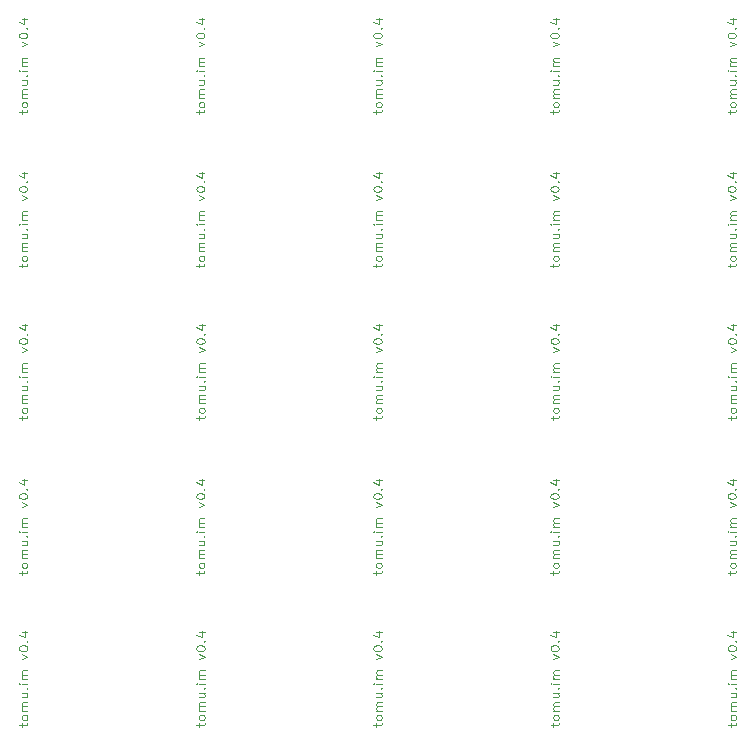
<source format=gto>
*
%FSLAX26Y26*%
%MOIN*%
%ADD10C,0.003937*%
%IPPOS*%
%LNa.gto*%
%LPD*%
%SRX1Y1I0J0*%
G01*
G75*
G54D10*
X348850Y62742D02*
Y75340D01*
X339664Y67466D02*
X363286D01*
X365910Y69041D01*
X367223Y72191D01*
Y75340D01*
Y91088D02*
X365910Y87939D01*
X364598Y86364D01*
X361973Y84789D01*
X354099D01*
X351475Y86364D01*
X350162Y87939D01*
X348850Y91088D01*
Y95813D01*
X350162Y98962D01*
X351475Y100537D01*
X354099Y102112D01*
X361973D01*
X364598Y100537D01*
X365910Y98962D01*
X367223Y95813D01*
Y91088D01*
Y116285D02*
X348850D01*
X351475D02*
X350162Y117860D01*
X348850Y121010D01*
Y125734D01*
X350162Y128884D01*
X352787Y130458D01*
X367223D01*
X352787D02*
X350162Y132033D01*
X348850Y135183D01*
Y139907D01*
X350162Y143057D01*
X352787Y144632D01*
X367223D01*
X348850Y174553D02*
X367223D01*
X348850Y160380D02*
X363286D01*
X365910Y161954D01*
X367223Y165104D01*
Y169828D01*
X365910Y172978D01*
X364598Y174553D01*
Y190301D02*
X365910Y191876D01*
X367223Y190301D01*
X365910Y188726D01*
X364598Y190301D01*
X367223D01*
Y206049D02*
X348850D01*
X339664D02*
X340976Y204474D01*
X342288Y206049D01*
X340976Y207624D01*
X339664Y206049D01*
X342288D01*
X367223Y221797D02*
X348850D01*
X351475D02*
X350162Y223372D01*
X348850Y226521D01*
Y231246D01*
X350162Y234395D01*
X352787Y235970D01*
X367223D01*
X352787D02*
X350162Y237545D01*
X348850Y240695D01*
Y245419D01*
X350162Y248569D01*
X352787Y250143D01*
X367223D01*
X348850Y287939D02*
X367223Y295813D01*
X348850Y303687D01*
X339664Y322584D02*
Y325734D01*
X340976Y328884D01*
X342288Y330458D01*
X344913Y332033D01*
X350162Y333608D01*
X356724D01*
X361973Y332033D01*
X364598Y330458D01*
X365910Y328884D01*
X367223Y325734D01*
Y322584D01*
X365910Y319435D01*
X364598Y317860D01*
X361973Y316285D01*
X356724Y314710D01*
X350162D01*
X344913Y316285D01*
X342288Y317860D01*
X340976Y319435D01*
X339664Y322584D01*
X364598Y347781D02*
X365910Y349356D01*
X367223Y347781D01*
X365910Y346206D01*
X364598Y347781D01*
X367223D01*
X348850Y377702D02*
X367223D01*
X338351Y369828D02*
X358036Y361954D01*
Y382427D01*
X939401Y62742D02*
Y75340D01*
X930215Y67466D02*
X953837D01*
X956461Y69041D01*
X957774Y72191D01*
Y75340D01*
Y91088D02*
X956461Y87939D01*
X955149Y86364D01*
X952524Y84789D01*
X944650D01*
X942026Y86364D01*
X940713Y87939D01*
X939401Y91088D01*
Y95813D01*
X940713Y98962D01*
X942026Y100537D01*
X944650Y102112D01*
X952524D01*
X955149Y100537D01*
X956461Y98962D01*
X957774Y95813D01*
Y91088D01*
Y116285D02*
X939401D01*
X942026D02*
X940713Y117860D01*
X939401Y121010D01*
Y125734D01*
X940713Y128884D01*
X943338Y130458D01*
X957774D01*
X943338D02*
X940713Y132033D01*
X939401Y135183D01*
Y139907D01*
X940713Y143057D01*
X943338Y144632D01*
X957774D01*
X939401Y174553D02*
X957774D01*
X939401Y160380D02*
X953837D01*
X956461Y161954D01*
X957774Y165104D01*
Y169828D01*
X956461Y172978D01*
X955149Y174553D01*
Y190301D02*
X956461Y191876D01*
X957774Y190301D01*
X956461Y188726D01*
X955149Y190301D01*
X957774D01*
Y206049D02*
X939401D01*
X930215D02*
X931527Y204474D01*
X932839Y206049D01*
X931527Y207624D01*
X930215Y206049D01*
X932839D01*
X957774Y221797D02*
X939401D01*
X942026D02*
X940713Y223372D01*
X939401Y226521D01*
Y231246D01*
X940713Y234395D01*
X943338Y235970D01*
X957774D01*
X943338D02*
X940713Y237545D01*
X939401Y240695D01*
Y245419D01*
X940713Y248569D01*
X943338Y250143D01*
X957774D01*
X939401Y287939D02*
X957774Y295813D01*
X939401Y303687D01*
X930215Y322584D02*
Y325734D01*
X931527Y328884D01*
X932839Y330458D01*
X935464Y332033D01*
X940713Y333608D01*
X947275D01*
X952524Y332033D01*
X955149Y330458D01*
X956461Y328884D01*
X957774Y325734D01*
Y322584D01*
X956461Y319435D01*
X955149Y317860D01*
X952524Y316285D01*
X947275Y314710D01*
X940713D01*
X935464Y316285D01*
X932839Y317860D01*
X931527Y319435D01*
X930215Y322584D01*
X955149Y347781D02*
X956461Y349356D01*
X957774Y347781D01*
X956461Y346206D01*
X955149Y347781D01*
X957774D01*
X939401Y377702D02*
X957774D01*
X928902Y369828D02*
X948587Y361954D01*
Y382427D01*
X1529952Y62742D02*
Y75340D01*
X1520766Y67466D02*
X1544388D01*
X1547013Y69041D01*
X1548325Y72191D01*
Y75340D01*
Y91088D02*
X1547013Y87939D01*
X1545700Y86364D01*
X1543075Y84789D01*
X1535201D01*
X1532577Y86364D01*
X1531264Y87939D01*
X1529952Y91088D01*
Y95813D01*
X1531264Y98962D01*
X1532577Y100537D01*
X1535201Y102112D01*
X1543075D01*
X1545700Y100537D01*
X1547013Y98962D01*
X1548325Y95813D01*
Y91088D01*
Y116285D02*
X1529952D01*
X1532577D02*
X1531264Y117860D01*
X1529952Y121010D01*
Y125734D01*
X1531264Y128884D01*
X1533889Y130458D01*
X1548325D01*
X1533889D02*
X1531264Y132033D01*
X1529952Y135183D01*
Y139907D01*
X1531264Y143057D01*
X1533889Y144632D01*
X1548325D01*
X1529952Y174553D02*
X1548325D01*
X1529952Y160380D02*
X1544388D01*
X1547013Y161954D01*
X1548325Y165104D01*
Y169828D01*
X1547013Y172978D01*
X1545700Y174553D01*
Y190301D02*
X1547013Y191876D01*
X1548325Y190301D01*
X1547013Y188726D01*
X1545700Y190301D01*
X1548325D01*
Y206049D02*
X1529952D01*
X1520766D02*
X1522078Y204474D01*
X1523390Y206049D01*
X1522078Y207624D01*
X1520766Y206049D01*
X1523390D01*
X1548325Y221797D02*
X1529952D01*
X1532577D02*
X1531264Y223372D01*
X1529952Y226521D01*
Y231246D01*
X1531264Y234395D01*
X1533889Y235970D01*
X1548325D01*
X1533889D02*
X1531264Y237545D01*
X1529952Y240695D01*
Y245419D01*
X1531264Y248569D01*
X1533889Y250143D01*
X1548325D01*
X1529952Y287939D02*
X1548325Y295813D01*
X1529952Y303687D01*
X1520766Y322584D02*
Y325734D01*
X1522078Y328884D01*
X1523390Y330458D01*
X1526015Y332033D01*
X1531264Y333608D01*
X1537826D01*
X1543075Y332033D01*
X1545700Y330458D01*
X1547013Y328884D01*
X1548325Y325734D01*
Y322584D01*
X1547013Y319435D01*
X1545700Y317860D01*
X1543075Y316285D01*
X1537826Y314710D01*
X1531264D01*
X1526015Y316285D01*
X1523390Y317860D01*
X1522078Y319435D01*
X1520766Y322584D01*
X1545700Y347781D02*
X1547013Y349356D01*
X1548325Y347781D01*
X1547013Y346206D01*
X1545700Y347781D01*
X1548325D01*
X1529952Y377702D02*
X1548325D01*
X1519453Y369828D02*
X1539138Y361954D01*
Y382427D01*
X2120503Y62742D02*
Y75340D01*
X2111317Y67466D02*
X2134939D01*
X2137563Y69041D01*
X2138876Y72191D01*
Y75340D01*
Y91088D02*
X2137563Y87939D01*
X2136251Y86364D01*
X2133626Y84789D01*
X2125752D01*
X2123128Y86364D01*
X2121815Y87939D01*
X2120503Y91088D01*
Y95813D01*
X2121815Y98962D01*
X2123128Y100537D01*
X2125752Y102112D01*
X2133626D01*
X2136251Y100537D01*
X2137563Y98962D01*
X2138876Y95813D01*
Y91088D01*
Y116285D02*
X2120503D01*
X2123128D02*
X2121815Y117860D01*
X2120503Y121010D01*
Y125734D01*
X2121815Y128884D01*
X2124440Y130458D01*
X2138876D01*
X2124440D02*
X2121815Y132033D01*
X2120503Y135183D01*
Y139907D01*
X2121815Y143057D01*
X2124440Y144632D01*
X2138876D01*
X2120503Y174553D02*
X2138876D01*
X2120503Y160380D02*
X2134939D01*
X2137563Y161954D01*
X2138876Y165104D01*
Y169828D01*
X2137563Y172978D01*
X2136251Y174553D01*
Y190301D02*
X2137563Y191876D01*
X2138876Y190301D01*
X2137563Y188726D01*
X2136251Y190301D01*
X2138876D01*
Y206049D02*
X2120503D01*
X2111317D02*
X2112629Y204474D01*
X2113941Y206049D01*
X2112629Y207624D01*
X2111317Y206049D01*
X2113941D01*
X2138876Y221797D02*
X2120503D01*
X2123128D02*
X2121815Y223372D01*
X2120503Y226521D01*
Y231246D01*
X2121815Y234395D01*
X2124440Y235970D01*
X2138876D01*
X2124440D02*
X2121815Y237545D01*
X2120503Y240695D01*
Y245419D01*
X2121815Y248569D01*
X2124440Y250143D01*
X2138876D01*
X2120503Y287939D02*
X2138876Y295813D01*
X2120503Y303687D01*
X2111317Y322584D02*
Y325734D01*
X2112629Y328884D01*
X2113941Y330458D01*
X2116566Y332033D01*
X2121815Y333608D01*
X2128377D01*
X2133626Y332033D01*
X2136251Y330458D01*
X2137563Y328884D01*
X2138876Y325734D01*
Y322584D01*
X2137563Y319435D01*
X2136251Y317860D01*
X2133626Y316285D01*
X2128377Y314710D01*
X2121815D01*
X2116566Y316285D01*
X2113941Y317860D01*
X2112629Y319435D01*
X2111317Y322584D01*
X2136251Y347781D02*
X2137563Y349356D01*
X2138876Y347781D01*
X2137563Y346206D01*
X2136251Y347781D01*
X2138876D01*
X2120503Y377702D02*
X2138876D01*
X2110004Y369828D02*
X2129689Y361954D01*
Y382427D01*
X2711054Y62742D02*
Y75340D01*
X2701868Y67466D02*
X2725490D01*
X2728114Y69041D01*
X2729427Y72191D01*
Y75340D01*
Y91088D02*
X2728114Y87939D01*
X2726802Y86364D01*
X2724177Y84789D01*
X2716303D01*
X2713679Y86364D01*
X2712366Y87939D01*
X2711054Y91088D01*
Y95813D01*
X2712366Y98962D01*
X2713679Y100537D01*
X2716303Y102112D01*
X2724177D01*
X2726802Y100537D01*
X2728114Y98962D01*
X2729427Y95813D01*
Y91088D01*
Y116285D02*
X2711054D01*
X2713679D02*
X2712366Y117860D01*
X2711054Y121010D01*
Y125734D01*
X2712366Y128884D01*
X2714991Y130458D01*
X2729427D01*
X2714991D02*
X2712366Y132033D01*
X2711054Y135183D01*
Y139907D01*
X2712366Y143057D01*
X2714991Y144632D01*
X2729427D01*
X2711054Y174553D02*
X2729427D01*
X2711054Y160380D02*
X2725490D01*
X2728114Y161954D01*
X2729427Y165104D01*
Y169828D01*
X2728114Y172978D01*
X2726802Y174553D01*
Y190301D02*
X2728114Y191876D01*
X2729427Y190301D01*
X2728114Y188726D01*
X2726802Y190301D01*
X2729427D01*
Y206049D02*
X2711054D01*
X2701868D02*
X2703180Y204474D01*
X2704492Y206049D01*
X2703180Y207624D01*
X2701868Y206049D01*
X2704492D01*
X2729427Y221797D02*
X2711054D01*
X2713679D02*
X2712366Y223372D01*
X2711054Y226521D01*
Y231246D01*
X2712366Y234395D01*
X2714991Y235970D01*
X2729427D01*
X2714991D02*
X2712366Y237545D01*
X2711054Y240695D01*
Y245419D01*
X2712366Y248569D01*
X2714991Y250143D01*
X2729427D01*
X2711054Y287939D02*
X2729427Y295813D01*
X2711054Y303687D01*
X2701868Y322584D02*
Y325734D01*
X2703180Y328884D01*
X2704492Y330458D01*
X2707117Y332033D01*
X2712366Y333608D01*
X2718928D01*
X2724177Y332033D01*
X2726802Y330458D01*
X2728114Y328884D01*
X2729427Y325734D01*
Y322584D01*
X2728114Y319435D01*
X2726802Y317860D01*
X2724177Y316285D01*
X2718928Y314710D01*
X2712366D01*
X2707117Y316285D01*
X2704492Y317860D01*
X2703180Y319435D01*
X2701868Y322584D01*
X2726802Y347781D02*
X2728114Y349356D01*
X2729427Y347781D01*
X2728114Y346206D01*
X2726802Y347781D01*
X2729427D01*
X2711054Y377702D02*
X2729427D01*
X2700555Y369828D02*
X2720240Y361954D01*
Y382427D01*
X348359Y569782D02*
Y582380D01*
X339173Y574506D02*
X362795D01*
X365419Y576081D01*
X366732Y579231D01*
Y582380D01*
Y598128D02*
X365419Y594979D01*
X364107Y593404D01*
X361482Y591829D01*
X353608D01*
X350984Y593404D01*
X349671Y594979D01*
X348359Y598128D01*
Y602853D01*
X349671Y606002D01*
X350984Y607577D01*
X353608Y609152D01*
X361482D01*
X364107Y607577D01*
X365419Y606002D01*
X366732Y602853D01*
Y598128D01*
Y623325D02*
X348359D01*
X350984D02*
X349671Y624900D01*
X348359Y628050D01*
Y632774D01*
X349671Y635924D01*
X352296Y637498D01*
X366732D01*
X352296D02*
X349671Y639073D01*
X348359Y642223D01*
Y646947D01*
X349671Y650097D01*
X352296Y651672D01*
X366732D01*
X348359Y681593D02*
X366732D01*
X348359Y667420D02*
X362795D01*
X365419Y668994D01*
X366732Y672144D01*
Y676869D01*
X365419Y680018D01*
X364107Y681593D01*
Y697341D02*
X365419Y698916D01*
X366732Y697341D01*
X365419Y695766D01*
X364107Y697341D01*
X366732D01*
Y713089D02*
X348359D01*
X339173D02*
X340485Y711514D01*
X341797Y713089D01*
X340485Y714664D01*
X339173Y713089D01*
X341797D01*
X366732Y728837D02*
X348359D01*
X350984D02*
X349671Y730412D01*
X348359Y733561D01*
Y738286D01*
X349671Y741435D01*
X352296Y743010D01*
X366732D01*
X352296D02*
X349671Y744585D01*
X348359Y747735D01*
Y752459D01*
X349671Y755609D01*
X352296Y757183D01*
X366732D01*
X348359Y794979D02*
X366732Y802853D01*
X348359Y810727D01*
X339173Y829624D02*
Y832774D01*
X340485Y835924D01*
X341797Y837498D01*
X344422Y839073D01*
X349671Y840648D01*
X356233D01*
X361482Y839073D01*
X364107Y837498D01*
X365419Y835924D01*
X366732Y832774D01*
Y829624D01*
X365419Y826475D01*
X364107Y824900D01*
X361482Y823325D01*
X356233Y821750D01*
X349671D01*
X344422Y823325D01*
X341797Y824900D01*
X340485Y826475D01*
X339173Y829624D01*
X364107Y854821D02*
X365419Y856396D01*
X366732Y854821D01*
X365419Y853246D01*
X364107Y854821D01*
X366732D01*
X348359Y884743D02*
X366732D01*
X337860Y876869D02*
X357545Y868994D01*
Y889467D01*
X938910Y569782D02*
Y582380D01*
X929724Y574506D02*
X953346D01*
X955970Y576081D01*
X957283Y579231D01*
Y582380D01*
Y598128D02*
X955970Y594979D01*
X954658Y593404D01*
X952033Y591829D01*
X944159D01*
X941535Y593404D01*
X940222Y594979D01*
X938910Y598128D01*
Y602853D01*
X940222Y606002D01*
X941535Y607577D01*
X944159Y609152D01*
X952033D01*
X954658Y607577D01*
X955970Y606002D01*
X957283Y602853D01*
Y598128D01*
Y623325D02*
X938910D01*
X941535D02*
X940222Y624900D01*
X938910Y628050D01*
Y632774D01*
X940222Y635924D01*
X942847Y637498D01*
X957283D01*
X942847D02*
X940222Y639073D01*
X938910Y642223D01*
Y646947D01*
X940222Y650097D01*
X942847Y651672D01*
X957283D01*
X938910Y681593D02*
X957283D01*
X938910Y667420D02*
X953346D01*
X955970Y668994D01*
X957283Y672144D01*
Y676869D01*
X955970Y680018D01*
X954658Y681593D01*
Y697341D02*
X955970Y698916D01*
X957283Y697341D01*
X955970Y695766D01*
X954658Y697341D01*
X957283D01*
Y713089D02*
X938910D01*
X929724D02*
X931036Y711514D01*
X932348Y713089D01*
X931036Y714664D01*
X929724Y713089D01*
X932348D01*
X957283Y728837D02*
X938910D01*
X941535D02*
X940222Y730412D01*
X938910Y733561D01*
Y738286D01*
X940222Y741435D01*
X942847Y743010D01*
X957283D01*
X942847D02*
X940222Y744585D01*
X938910Y747735D01*
Y752459D01*
X940222Y755609D01*
X942847Y757183D01*
X957283D01*
X938910Y794979D02*
X957283Y802853D01*
X938910Y810727D01*
X929724Y829624D02*
Y832774D01*
X931036Y835924D01*
X932348Y837498D01*
X934973Y839073D01*
X940222Y840648D01*
X946784D01*
X952033Y839073D01*
X954658Y837498D01*
X955970Y835924D01*
X957283Y832774D01*
Y829624D01*
X955970Y826475D01*
X954658Y824900D01*
X952033Y823325D01*
X946784Y821750D01*
X940222D01*
X934973Y823325D01*
X932348Y824900D01*
X931036Y826475D01*
X929724Y829624D01*
X954658Y854821D02*
X955970Y856396D01*
X957283Y854821D01*
X955970Y853246D01*
X954658Y854821D01*
X957283D01*
X938910Y884743D02*
X957283D01*
X928411Y876869D02*
X948096Y868994D01*
Y889467D01*
X1529461Y569782D02*
Y582380D01*
X1520275Y574506D02*
X1543897D01*
X1546521Y576081D01*
X1547834Y579231D01*
Y582380D01*
Y598128D02*
X1546521Y594979D01*
X1545209Y593404D01*
X1542584Y591829D01*
X1534710D01*
X1532086Y593404D01*
X1530773Y594979D01*
X1529461Y598128D01*
Y602853D01*
X1530773Y606002D01*
X1532086Y607577D01*
X1534710Y609152D01*
X1542584D01*
X1545209Y607577D01*
X1546521Y606002D01*
X1547834Y602853D01*
Y598128D01*
Y623325D02*
X1529461D01*
X1532086D02*
X1530773Y624900D01*
X1529461Y628050D01*
Y632774D01*
X1530773Y635924D01*
X1533398Y637498D01*
X1547834D01*
X1533398D02*
X1530773Y639073D01*
X1529461Y642223D01*
Y646947D01*
X1530773Y650097D01*
X1533398Y651672D01*
X1547834D01*
X1529461Y681593D02*
X1547834D01*
X1529461Y667420D02*
X1543897D01*
X1546521Y668994D01*
X1547834Y672144D01*
Y676869D01*
X1546521Y680018D01*
X1545209Y681593D01*
Y697341D02*
X1546521Y698916D01*
X1547834Y697341D01*
X1546521Y695766D01*
X1545209Y697341D01*
X1547834D01*
Y713089D02*
X1529461D01*
X1520275D02*
X1521587Y711514D01*
X1522899Y713089D01*
X1521587Y714664D01*
X1520275Y713089D01*
X1522899D01*
X1547834Y728837D02*
X1529461D01*
X1532086D02*
X1530773Y730412D01*
X1529461Y733561D01*
Y738286D01*
X1530773Y741435D01*
X1533398Y743010D01*
X1547834D01*
X1533398D02*
X1530773Y744585D01*
X1529461Y747735D01*
Y752459D01*
X1530773Y755609D01*
X1533398Y757183D01*
X1547834D01*
X1529461Y794979D02*
X1547834Y802853D01*
X1529461Y810727D01*
X1520275Y829624D02*
Y832774D01*
X1521587Y835924D01*
X1522899Y837498D01*
X1525524Y839073D01*
X1530773Y840648D01*
X1537335D01*
X1542584Y839073D01*
X1545209Y837498D01*
X1546521Y835924D01*
X1547834Y832774D01*
Y829624D01*
X1546521Y826475D01*
X1545209Y824900D01*
X1542584Y823325D01*
X1537335Y821750D01*
X1530773D01*
X1525524Y823325D01*
X1522899Y824900D01*
X1521587Y826475D01*
X1520275Y829624D01*
X1545209Y854821D02*
X1546521Y856396D01*
X1547834Y854821D01*
X1546521Y853246D01*
X1545209Y854821D01*
X1547834D01*
X1529461Y884743D02*
X1547834D01*
X1518962Y876869D02*
X1538647Y868994D01*
Y889467D01*
X2120012Y569782D02*
Y582380D01*
X2110826Y574506D02*
X2134448D01*
X2137072Y576081D01*
X2138385Y579231D01*
Y582380D01*
Y598128D02*
X2137072Y594979D01*
X2135760Y593404D01*
X2133135Y591829D01*
X2125261D01*
X2122637Y593404D01*
X2121324Y594979D01*
X2120012Y598128D01*
Y602853D01*
X2121324Y606002D01*
X2122637Y607577D01*
X2125261Y609152D01*
X2133135D01*
X2135760Y607577D01*
X2137072Y606002D01*
X2138385Y602853D01*
Y598128D01*
Y623325D02*
X2120012D01*
X2122637D02*
X2121324Y624900D01*
X2120012Y628050D01*
Y632774D01*
X2121324Y635924D01*
X2123949Y637498D01*
X2138385D01*
X2123949D02*
X2121324Y639073D01*
X2120012Y642223D01*
Y646947D01*
X2121324Y650097D01*
X2123949Y651672D01*
X2138385D01*
X2120012Y681593D02*
X2138385D01*
X2120012Y667420D02*
X2134448D01*
X2137072Y668994D01*
X2138385Y672144D01*
Y676869D01*
X2137072Y680018D01*
X2135760Y681593D01*
Y697341D02*
X2137072Y698916D01*
X2138385Y697341D01*
X2137072Y695766D01*
X2135760Y697341D01*
X2138385D01*
Y713089D02*
X2120012D01*
X2110826D02*
X2112138Y711514D01*
X2113450Y713089D01*
X2112138Y714664D01*
X2110826Y713089D01*
X2113450D01*
X2138385Y728837D02*
X2120012D01*
X2122637D02*
X2121324Y730412D01*
X2120012Y733561D01*
Y738286D01*
X2121324Y741435D01*
X2123949Y743010D01*
X2138385D01*
X2123949D02*
X2121324Y744585D01*
X2120012Y747735D01*
Y752459D01*
X2121324Y755609D01*
X2123949Y757183D01*
X2138385D01*
X2120012Y794979D02*
X2138385Y802853D01*
X2120012Y810727D01*
X2110826Y829624D02*
Y832774D01*
X2112138Y835924D01*
X2113450Y837498D01*
X2116075Y839073D01*
X2121324Y840648D01*
X2127886D01*
X2133135Y839073D01*
X2135760Y837498D01*
X2137072Y835924D01*
X2138385Y832774D01*
Y829624D01*
X2137072Y826475D01*
X2135760Y824900D01*
X2133135Y823325D01*
X2127886Y821750D01*
X2121324D01*
X2116075Y823325D01*
X2113450Y824900D01*
X2112138Y826475D01*
X2110826Y829624D01*
X2135760Y854821D02*
X2137072Y856396D01*
X2138385Y854821D01*
X2137072Y853246D01*
X2135760Y854821D01*
X2138385D01*
X2120012Y884743D02*
X2138385D01*
X2109513Y876869D02*
X2129198Y868994D01*
Y889467D01*
X2710563Y569782D02*
Y582380D01*
X2701377Y574506D02*
X2724999D01*
X2727623Y576081D01*
X2728936Y579231D01*
Y582380D01*
Y598128D02*
X2727623Y594979D01*
X2726311Y593404D01*
X2723686Y591829D01*
X2715812D01*
X2713188Y593404D01*
X2711875Y594979D01*
X2710563Y598128D01*
Y602853D01*
X2711875Y606002D01*
X2713188Y607577D01*
X2715812Y609152D01*
X2723686D01*
X2726311Y607577D01*
X2727623Y606002D01*
X2728936Y602853D01*
Y598128D01*
Y623325D02*
X2710563D01*
X2713188D02*
X2711875Y624900D01*
X2710563Y628050D01*
Y632774D01*
X2711875Y635924D01*
X2714500Y637498D01*
X2728936D01*
X2714500D02*
X2711875Y639073D01*
X2710563Y642223D01*
Y646947D01*
X2711875Y650097D01*
X2714500Y651672D01*
X2728936D01*
X2710563Y681593D02*
X2728936D01*
X2710563Y667420D02*
X2724999D01*
X2727623Y668994D01*
X2728936Y672144D01*
Y676869D01*
X2727623Y680018D01*
X2726311Y681593D01*
Y697341D02*
X2727623Y698916D01*
X2728936Y697341D01*
X2727623Y695766D01*
X2726311Y697341D01*
X2728936D01*
Y713089D02*
X2710563D01*
X2701377D02*
X2702689Y711514D01*
X2704001Y713089D01*
X2702689Y714664D01*
X2701377Y713089D01*
X2704001D01*
X2728936Y728837D02*
X2710563D01*
X2713188D02*
X2711875Y730412D01*
X2710563Y733561D01*
Y738286D01*
X2711875Y741435D01*
X2714500Y743010D01*
X2728936D01*
X2714500D02*
X2711875Y744585D01*
X2710563Y747735D01*
Y752459D01*
X2711875Y755609D01*
X2714500Y757183D01*
X2728936D01*
X2710563Y794979D02*
X2728936Y802853D01*
X2710563Y810727D01*
X2701377Y829624D02*
Y832774D01*
X2702689Y835924D01*
X2704001Y837498D01*
X2706626Y839073D01*
X2711875Y840648D01*
X2718437D01*
X2723686Y839073D01*
X2726311Y837498D01*
X2727623Y835924D01*
X2728936Y832774D01*
Y829624D01*
X2727623Y826475D01*
X2726311Y824900D01*
X2723686Y823325D01*
X2718437Y821750D01*
X2711875D01*
X2706626Y823325D01*
X2704001Y824900D01*
X2702689Y826475D01*
X2701377Y829624D01*
X2726311Y854821D02*
X2727623Y856396D01*
X2728936Y854821D01*
X2727623Y853246D01*
X2726311Y854821D01*
X2728936D01*
X2710563Y884743D02*
X2728936D01*
X2700064Y876869D02*
X2719749Y868994D01*
Y889467D01*
X348850Y1086411D02*
Y1099009D01*
X339664Y1091135D02*
X363286D01*
X365910Y1092710D01*
X367223Y1095860D01*
Y1099009D01*
Y1114757D02*
X365910Y1111608D01*
X364598Y1110033D01*
X361973Y1108458D01*
X354099D01*
X351475Y1110033D01*
X350162Y1111608D01*
X348850Y1114757D01*
Y1119482D01*
X350162Y1122631D01*
X351475Y1124206D01*
X354099Y1125781D01*
X361973D01*
X364598Y1124206D01*
X365910Y1122631D01*
X367223Y1119482D01*
Y1114757D01*
Y1139954D02*
X348850D01*
X351475D02*
X350162Y1141529D01*
X348850Y1144679D01*
Y1149403D01*
X350162Y1152553D01*
X352787Y1154127D01*
X367223D01*
X352787D02*
X350162Y1155702D01*
X348850Y1158852D01*
Y1163576D01*
X350162Y1166726D01*
X352787Y1168301D01*
X367223D01*
X348850Y1198222D02*
X367223D01*
X348850Y1184049D02*
X363286D01*
X365910Y1185623D01*
X367223Y1188773D01*
Y1193497D01*
X365910Y1196647D01*
X364598Y1198222D01*
Y1213970D02*
X365910Y1215545D01*
X367223Y1213970D01*
X365910Y1212395D01*
X364598Y1213970D01*
X367223D01*
Y1229718D02*
X348850D01*
X339664D02*
X340976Y1228143D01*
X342288Y1229718D01*
X340976Y1231293D01*
X339664Y1229718D01*
X342288D01*
X367223Y1245466D02*
X348850D01*
X351475D02*
X350162Y1247041D01*
X348850Y1250190D01*
Y1254915D01*
X350162Y1258064D01*
X352787Y1259639D01*
X367223D01*
X352787D02*
X350162Y1261214D01*
X348850Y1264364D01*
Y1269088D01*
X350162Y1272238D01*
X352787Y1273812D01*
X367223D01*
X348850Y1311608D02*
X367223Y1319482D01*
X348850Y1327356D01*
X339664Y1346253D02*
Y1349403D01*
X340976Y1352553D01*
X342288Y1354127D01*
X344913Y1355702D01*
X350162Y1357277D01*
X356724D01*
X361973Y1355702D01*
X364598Y1354127D01*
X365910Y1352553D01*
X367223Y1349403D01*
Y1346253D01*
X365910Y1343104D01*
X364598Y1341529D01*
X361973Y1339954D01*
X356724Y1338379D01*
X350162D01*
X344913Y1339954D01*
X342288Y1341529D01*
X340976Y1343104D01*
X339664Y1346253D01*
X364598Y1371450D02*
X365910Y1373025D01*
X367223Y1371450D01*
X365910Y1369875D01*
X364598Y1371450D01*
X367223D01*
X348850Y1401371D02*
X367223D01*
X338351Y1393497D02*
X358036Y1385623D01*
Y1406096D01*
X939401Y1086411D02*
Y1099009D01*
X930215Y1091135D02*
X953837D01*
X956461Y1092710D01*
X957774Y1095860D01*
Y1099009D01*
Y1114757D02*
X956461Y1111608D01*
X955149Y1110033D01*
X952524Y1108458D01*
X944650D01*
X942026Y1110033D01*
X940713Y1111608D01*
X939401Y1114757D01*
Y1119482D01*
X940713Y1122631D01*
X942026Y1124206D01*
X944650Y1125781D01*
X952524D01*
X955149Y1124206D01*
X956461Y1122631D01*
X957774Y1119482D01*
Y1114757D01*
Y1139954D02*
X939401D01*
X942026D02*
X940713Y1141529D01*
X939401Y1144679D01*
Y1149403D01*
X940713Y1152553D01*
X943338Y1154127D01*
X957774D01*
X943338D02*
X940713Y1155702D01*
X939401Y1158852D01*
Y1163576D01*
X940713Y1166726D01*
X943338Y1168301D01*
X957774D01*
X939401Y1198222D02*
X957774D01*
X939401Y1184049D02*
X953837D01*
X956461Y1185623D01*
X957774Y1188773D01*
Y1193497D01*
X956461Y1196647D01*
X955149Y1198222D01*
Y1213970D02*
X956461Y1215545D01*
X957774Y1213970D01*
X956461Y1212395D01*
X955149Y1213970D01*
X957774D01*
Y1229718D02*
X939401D01*
X930215D02*
X931527Y1228143D01*
X932839Y1229718D01*
X931527Y1231293D01*
X930215Y1229718D01*
X932839D01*
X957774Y1245466D02*
X939401D01*
X942026D02*
X940713Y1247041D01*
X939401Y1250190D01*
Y1254915D01*
X940713Y1258064D01*
X943338Y1259639D01*
X957774D01*
X943338D02*
X940713Y1261214D01*
X939401Y1264364D01*
Y1269088D01*
X940713Y1272238D01*
X943338Y1273812D01*
X957774D01*
X939401Y1311608D02*
X957774Y1319482D01*
X939401Y1327356D01*
X930215Y1346253D02*
Y1349403D01*
X931527Y1352553D01*
X932839Y1354127D01*
X935464Y1355702D01*
X940713Y1357277D01*
X947275D01*
X952524Y1355702D01*
X955149Y1354127D01*
X956461Y1352553D01*
X957774Y1349403D01*
Y1346253D01*
X956461Y1343104D01*
X955149Y1341529D01*
X952524Y1339954D01*
X947275Y1338379D01*
X940713D01*
X935464Y1339954D01*
X932839Y1341529D01*
X931527Y1343104D01*
X930215Y1346253D01*
X955149Y1371450D02*
X956461Y1373025D01*
X957774Y1371450D01*
X956461Y1369875D01*
X955149Y1371450D01*
X957774D01*
X939401Y1401371D02*
X957774D01*
X928902Y1393497D02*
X948587Y1385623D01*
Y1406096D01*
X1529952Y1086411D02*
Y1099009D01*
X1520766Y1091135D02*
X1544388D01*
X1547013Y1092710D01*
X1548325Y1095860D01*
Y1099009D01*
Y1114757D02*
X1547013Y1111608D01*
X1545700Y1110033D01*
X1543075Y1108458D01*
X1535201D01*
X1532577Y1110033D01*
X1531264Y1111608D01*
X1529952Y1114757D01*
Y1119482D01*
X1531264Y1122631D01*
X1532577Y1124206D01*
X1535201Y1125781D01*
X1543075D01*
X1545700Y1124206D01*
X1547013Y1122631D01*
X1548325Y1119482D01*
Y1114757D01*
Y1139954D02*
X1529952D01*
X1532577D02*
X1531264Y1141529D01*
X1529952Y1144679D01*
Y1149403D01*
X1531264Y1152553D01*
X1533889Y1154127D01*
X1548325D01*
X1533889D02*
X1531264Y1155702D01*
X1529952Y1158852D01*
Y1163576D01*
X1531264Y1166726D01*
X1533889Y1168301D01*
X1548325D01*
X1529952Y1198222D02*
X1548325D01*
X1529952Y1184049D02*
X1544388D01*
X1547013Y1185623D01*
X1548325Y1188773D01*
Y1193497D01*
X1547013Y1196647D01*
X1545700Y1198222D01*
Y1213970D02*
X1547013Y1215545D01*
X1548325Y1213970D01*
X1547013Y1212395D01*
X1545700Y1213970D01*
X1548325D01*
Y1229718D02*
X1529952D01*
X1520766D02*
X1522078Y1228143D01*
X1523390Y1229718D01*
X1522078Y1231293D01*
X1520766Y1229718D01*
X1523390D01*
X1548325Y1245466D02*
X1529952D01*
X1532577D02*
X1531264Y1247041D01*
X1529952Y1250190D01*
Y1254915D01*
X1531264Y1258064D01*
X1533889Y1259639D01*
X1548325D01*
X1533889D02*
X1531264Y1261214D01*
X1529952Y1264364D01*
Y1269088D01*
X1531264Y1272238D01*
X1533889Y1273812D01*
X1548325D01*
X1529952Y1311608D02*
X1548325Y1319482D01*
X1529952Y1327356D01*
X1520766Y1346253D02*
Y1349403D01*
X1522078Y1352553D01*
X1523390Y1354127D01*
X1526015Y1355702D01*
X1531264Y1357277D01*
X1537826D01*
X1543075Y1355702D01*
X1545700Y1354127D01*
X1547013Y1352553D01*
X1548325Y1349403D01*
Y1346253D01*
X1547013Y1343104D01*
X1545700Y1341529D01*
X1543075Y1339954D01*
X1537826Y1338379D01*
X1531264D01*
X1526015Y1339954D01*
X1523390Y1341529D01*
X1522078Y1343104D01*
X1520766Y1346253D01*
X1545700Y1371450D02*
X1547013Y1373025D01*
X1548325Y1371450D01*
X1547013Y1369875D01*
X1545700Y1371450D01*
X1548325D01*
X1529952Y1401371D02*
X1548325D01*
X1519453Y1393497D02*
X1539138Y1385623D01*
Y1406096D01*
X2120503Y1086411D02*
Y1099009D01*
X2111317Y1091135D02*
X2134939D01*
X2137563Y1092710D01*
X2138876Y1095860D01*
Y1099009D01*
Y1114757D02*
X2137563Y1111608D01*
X2136251Y1110033D01*
X2133626Y1108458D01*
X2125752D01*
X2123128Y1110033D01*
X2121815Y1111608D01*
X2120503Y1114757D01*
Y1119482D01*
X2121815Y1122631D01*
X2123128Y1124206D01*
X2125752Y1125781D01*
X2133626D01*
X2136251Y1124206D01*
X2137563Y1122631D01*
X2138876Y1119482D01*
Y1114757D01*
Y1139954D02*
X2120503D01*
X2123128D02*
X2121815Y1141529D01*
X2120503Y1144679D01*
Y1149403D01*
X2121815Y1152553D01*
X2124440Y1154127D01*
X2138876D01*
X2124440D02*
X2121815Y1155702D01*
X2120503Y1158852D01*
Y1163576D01*
X2121815Y1166726D01*
X2124440Y1168301D01*
X2138876D01*
X2120503Y1198222D02*
X2138876D01*
X2120503Y1184049D02*
X2134939D01*
X2137563Y1185623D01*
X2138876Y1188773D01*
Y1193497D01*
X2137563Y1196647D01*
X2136251Y1198222D01*
Y1213970D02*
X2137563Y1215545D01*
X2138876Y1213970D01*
X2137563Y1212395D01*
X2136251Y1213970D01*
X2138876D01*
Y1229718D02*
X2120503D01*
X2111317D02*
X2112629Y1228143D01*
X2113941Y1229718D01*
X2112629Y1231293D01*
X2111317Y1229718D01*
X2113941D01*
X2138876Y1245466D02*
X2120503D01*
X2123128D02*
X2121815Y1247041D01*
X2120503Y1250190D01*
Y1254915D01*
X2121815Y1258064D01*
X2124440Y1259639D01*
X2138876D01*
X2124440D02*
X2121815Y1261214D01*
X2120503Y1264364D01*
Y1269088D01*
X2121815Y1272238D01*
X2124440Y1273812D01*
X2138876D01*
X2120503Y1311608D02*
X2138876Y1319482D01*
X2120503Y1327356D01*
X2111317Y1346253D02*
Y1349403D01*
X2112629Y1352553D01*
X2113941Y1354127D01*
X2116566Y1355702D01*
X2121815Y1357277D01*
X2128377D01*
X2133626Y1355702D01*
X2136251Y1354127D01*
X2137563Y1352553D01*
X2138876Y1349403D01*
Y1346253D01*
X2137563Y1343104D01*
X2136251Y1341529D01*
X2133626Y1339954D01*
X2128377Y1338379D01*
X2121815D01*
X2116566Y1339954D01*
X2113941Y1341529D01*
X2112629Y1343104D01*
X2111317Y1346253D01*
X2136251Y1371450D02*
X2137563Y1373025D01*
X2138876Y1371450D01*
X2137563Y1369875D01*
X2136251Y1371450D01*
X2138876D01*
X2120503Y1401371D02*
X2138876D01*
X2110004Y1393497D02*
X2129689Y1385623D01*
Y1406096D01*
X2711054Y1086411D02*
Y1099009D01*
X2701868Y1091135D02*
X2725490D01*
X2728114Y1092710D01*
X2729427Y1095860D01*
Y1099009D01*
Y1114757D02*
X2728114Y1111608D01*
X2726802Y1110033D01*
X2724177Y1108458D01*
X2716303D01*
X2713679Y1110033D01*
X2712366Y1111608D01*
X2711054Y1114757D01*
Y1119482D01*
X2712366Y1122631D01*
X2713679Y1124206D01*
X2716303Y1125781D01*
X2724177D01*
X2726802Y1124206D01*
X2728114Y1122631D01*
X2729427Y1119482D01*
Y1114757D01*
Y1139954D02*
X2711054D01*
X2713679D02*
X2712366Y1141529D01*
X2711054Y1144679D01*
Y1149403D01*
X2712366Y1152553D01*
X2714991Y1154127D01*
X2729427D01*
X2714991D02*
X2712366Y1155702D01*
X2711054Y1158852D01*
Y1163576D01*
X2712366Y1166726D01*
X2714991Y1168301D01*
X2729427D01*
X2711054Y1198222D02*
X2729427D01*
X2711054Y1184049D02*
X2725490D01*
X2728114Y1185623D01*
X2729427Y1188773D01*
Y1193497D01*
X2728114Y1196647D01*
X2726802Y1198222D01*
Y1213970D02*
X2728114Y1215545D01*
X2729427Y1213970D01*
X2728114Y1212395D01*
X2726802Y1213970D01*
X2729427D01*
Y1229718D02*
X2711054D01*
X2701868D02*
X2703180Y1228143D01*
X2704492Y1229718D01*
X2703180Y1231293D01*
X2701868Y1229718D01*
X2704492D01*
X2729427Y1245466D02*
X2711054D01*
X2713679D02*
X2712366Y1247041D01*
X2711054Y1250190D01*
Y1254915D01*
X2712366Y1258064D01*
X2714991Y1259639D01*
X2729427D01*
X2714991D02*
X2712366Y1261214D01*
X2711054Y1264364D01*
Y1269088D01*
X2712366Y1272238D01*
X2714991Y1273812D01*
X2729427D01*
X2711054Y1311608D02*
X2729427Y1319482D01*
X2711054Y1327356D01*
X2701868Y1346253D02*
Y1349403D01*
X2703180Y1352553D01*
X2704492Y1354127D01*
X2707117Y1355702D01*
X2712366Y1357277D01*
X2718928D01*
X2724177Y1355702D01*
X2726802Y1354127D01*
X2728114Y1352553D01*
X2729427Y1349403D01*
Y1346253D01*
X2728114Y1343104D01*
X2726802Y1341529D01*
X2724177Y1339954D01*
X2718928Y1338379D01*
X2712366D01*
X2707117Y1339954D01*
X2704492Y1341529D01*
X2703180Y1343104D01*
X2701868Y1346253D01*
X2726802Y1371450D02*
X2728114Y1373025D01*
X2729427Y1371450D01*
X2728114Y1369875D01*
X2726802Y1371450D01*
X2729427D01*
X2711054Y1401371D02*
X2729427D01*
X2700555Y1393497D02*
X2720240Y1385623D01*
Y1406096D01*
X348359Y1593451D02*
Y1606049D01*
X339173Y1598175D02*
X362795D01*
X365419Y1599750D01*
X366732Y1602900D01*
Y1606049D01*
Y1621797D02*
X365419Y1618648D01*
X364107Y1617073D01*
X361482Y1615498D01*
X353608D01*
X350984Y1617073D01*
X349671Y1618648D01*
X348359Y1621797D01*
Y1626522D01*
X349671Y1629671D01*
X350984Y1631246D01*
X353608Y1632821D01*
X361482D01*
X364107Y1631246D01*
X365419Y1629671D01*
X366732Y1626522D01*
Y1621797D01*
Y1646994D02*
X348359D01*
X350984D02*
X349671Y1648569D01*
X348359Y1651719D01*
Y1656443D01*
X349671Y1659593D01*
X352296Y1661167D01*
X366732D01*
X352296D02*
X349671Y1662742D01*
X348359Y1665892D01*
Y1670616D01*
X349671Y1673766D01*
X352296Y1675341D01*
X366732D01*
X348359Y1705262D02*
X366732D01*
X348359Y1691089D02*
X362795D01*
X365419Y1692663D01*
X366732Y1695813D01*
Y1700538D01*
X365419Y1703687D01*
X364107Y1705262D01*
Y1721010D02*
X365419Y1722585D01*
X366732Y1721010D01*
X365419Y1719435D01*
X364107Y1721010D01*
X366732D01*
Y1736758D02*
X348359D01*
X339173D02*
X340485Y1735183D01*
X341797Y1736758D01*
X340485Y1738333D01*
X339173Y1736758D01*
X341797D01*
X366732Y1752506D02*
X348359D01*
X350984D02*
X349671Y1754081D01*
X348359Y1757230D01*
Y1761955D01*
X349671Y1765104D01*
X352296Y1766679D01*
X366732D01*
X352296D02*
X349671Y1768254D01*
X348359Y1771404D01*
Y1776128D01*
X349671Y1779278D01*
X352296Y1780852D01*
X366732D01*
X348359Y1818648D02*
X366732Y1826522D01*
X348359Y1834396D01*
X339173Y1853293D02*
Y1856443D01*
X340485Y1859593D01*
X341797Y1861167D01*
X344422Y1862742D01*
X349671Y1864317D01*
X356233D01*
X361482Y1862742D01*
X364107Y1861167D01*
X365419Y1859593D01*
X366732Y1856443D01*
Y1853293D01*
X365419Y1850144D01*
X364107Y1848569D01*
X361482Y1846994D01*
X356233Y1845419D01*
X349671D01*
X344422Y1846994D01*
X341797Y1848569D01*
X340485Y1850144D01*
X339173Y1853293D01*
X364107Y1878490D02*
X365419Y1880065D01*
X366732Y1878490D01*
X365419Y1876915D01*
X364107Y1878490D01*
X366732D01*
X348359Y1908412D02*
X366732D01*
X337860Y1900538D02*
X357545Y1892663D01*
Y1913136D01*
X938910Y1593451D02*
Y1606049D01*
X929724Y1598175D02*
X953346D01*
X955970Y1599750D01*
X957283Y1602900D01*
Y1606049D01*
Y1621797D02*
X955970Y1618648D01*
X954658Y1617073D01*
X952033Y1615498D01*
X944159D01*
X941535Y1617073D01*
X940222Y1618648D01*
X938910Y1621797D01*
Y1626522D01*
X940222Y1629671D01*
X941535Y1631246D01*
X944159Y1632821D01*
X952033D01*
X954658Y1631246D01*
X955970Y1629671D01*
X957283Y1626522D01*
Y1621797D01*
Y1646994D02*
X938910D01*
X941535D02*
X940222Y1648569D01*
X938910Y1651719D01*
Y1656443D01*
X940222Y1659593D01*
X942847Y1661167D01*
X957283D01*
X942847D02*
X940222Y1662742D01*
X938910Y1665892D01*
Y1670616D01*
X940222Y1673766D01*
X942847Y1675341D01*
X957283D01*
X938910Y1705262D02*
X957283D01*
X938910Y1691089D02*
X953346D01*
X955970Y1692663D01*
X957283Y1695813D01*
Y1700538D01*
X955970Y1703687D01*
X954658Y1705262D01*
Y1721010D02*
X955970Y1722585D01*
X957283Y1721010D01*
X955970Y1719435D01*
X954658Y1721010D01*
X957283D01*
Y1736758D02*
X938910D01*
X929724D02*
X931036Y1735183D01*
X932348Y1736758D01*
X931036Y1738333D01*
X929724Y1736758D01*
X932348D01*
X957283Y1752506D02*
X938910D01*
X941535D02*
X940222Y1754081D01*
X938910Y1757230D01*
Y1761955D01*
X940222Y1765104D01*
X942847Y1766679D01*
X957283D01*
X942847D02*
X940222Y1768254D01*
X938910Y1771404D01*
Y1776128D01*
X940222Y1779278D01*
X942847Y1780852D01*
X957283D01*
X938910Y1818648D02*
X957283Y1826522D01*
X938910Y1834396D01*
X929724Y1853293D02*
Y1856443D01*
X931036Y1859593D01*
X932348Y1861167D01*
X934973Y1862742D01*
X940222Y1864317D01*
X946784D01*
X952033Y1862742D01*
X954658Y1861167D01*
X955970Y1859593D01*
X957283Y1856443D01*
Y1853293D01*
X955970Y1850144D01*
X954658Y1848569D01*
X952033Y1846994D01*
X946784Y1845419D01*
X940222D01*
X934973Y1846994D01*
X932348Y1848569D01*
X931036Y1850144D01*
X929724Y1853293D01*
X954658Y1878490D02*
X955970Y1880065D01*
X957283Y1878490D01*
X955970Y1876915D01*
X954658Y1878490D01*
X957283D01*
X938910Y1908412D02*
X957283D01*
X928411Y1900538D02*
X948096Y1892663D01*
Y1913136D01*
X1529461Y1593451D02*
Y1606049D01*
X1520275Y1598175D02*
X1543897D01*
X1546521Y1599750D01*
X1547834Y1602900D01*
Y1606049D01*
Y1621797D02*
X1546521Y1618648D01*
X1545209Y1617073D01*
X1542584Y1615498D01*
X1534710D01*
X1532086Y1617073D01*
X1530773Y1618648D01*
X1529461Y1621797D01*
Y1626522D01*
X1530773Y1629671D01*
X1532086Y1631246D01*
X1534710Y1632821D01*
X1542584D01*
X1545209Y1631246D01*
X1546521Y1629671D01*
X1547834Y1626522D01*
Y1621797D01*
Y1646994D02*
X1529461D01*
X1532086D02*
X1530773Y1648569D01*
X1529461Y1651719D01*
Y1656443D01*
X1530773Y1659593D01*
X1533398Y1661167D01*
X1547834D01*
X1533398D02*
X1530773Y1662742D01*
X1529461Y1665892D01*
Y1670616D01*
X1530773Y1673766D01*
X1533398Y1675341D01*
X1547834D01*
X1529461Y1705262D02*
X1547834D01*
X1529461Y1691089D02*
X1543897D01*
X1546521Y1692663D01*
X1547834Y1695813D01*
Y1700538D01*
X1546521Y1703687D01*
X1545209Y1705262D01*
Y1721010D02*
X1546521Y1722585D01*
X1547834Y1721010D01*
X1546521Y1719435D01*
X1545209Y1721010D01*
X1547834D01*
Y1736758D02*
X1529461D01*
X1520275D02*
X1521587Y1735183D01*
X1522899Y1736758D01*
X1521587Y1738333D01*
X1520275Y1736758D01*
X1522899D01*
X1547834Y1752506D02*
X1529461D01*
X1532086D02*
X1530773Y1754081D01*
X1529461Y1757230D01*
Y1761955D01*
X1530773Y1765104D01*
X1533398Y1766679D01*
X1547834D01*
X1533398D02*
X1530773Y1768254D01*
X1529461Y1771404D01*
Y1776128D01*
X1530773Y1779278D01*
X1533398Y1780852D01*
X1547834D01*
X1529461Y1818648D02*
X1547834Y1826522D01*
X1529461Y1834396D01*
X1520275Y1853293D02*
Y1856443D01*
X1521587Y1859593D01*
X1522899Y1861167D01*
X1525524Y1862742D01*
X1530773Y1864317D01*
X1537335D01*
X1542584Y1862742D01*
X1545209Y1861167D01*
X1546521Y1859593D01*
X1547834Y1856443D01*
Y1853293D01*
X1546521Y1850144D01*
X1545209Y1848569D01*
X1542584Y1846994D01*
X1537335Y1845419D01*
X1530773D01*
X1525524Y1846994D01*
X1522899Y1848569D01*
X1521587Y1850144D01*
X1520275Y1853293D01*
X1545209Y1878490D02*
X1546521Y1880065D01*
X1547834Y1878490D01*
X1546521Y1876915D01*
X1545209Y1878490D01*
X1547834D01*
X1529461Y1908412D02*
X1547834D01*
X1518962Y1900538D02*
X1538647Y1892663D01*
Y1913136D01*
X2120012Y1593451D02*
Y1606049D01*
X2110826Y1598175D02*
X2134448D01*
X2137072Y1599750D01*
X2138385Y1602900D01*
Y1606049D01*
Y1621797D02*
X2137072Y1618648D01*
X2135760Y1617073D01*
X2133135Y1615498D01*
X2125261D01*
X2122637Y1617073D01*
X2121324Y1618648D01*
X2120012Y1621797D01*
Y1626522D01*
X2121324Y1629671D01*
X2122637Y1631246D01*
X2125261Y1632821D01*
X2133135D01*
X2135760Y1631246D01*
X2137072Y1629671D01*
X2138385Y1626522D01*
Y1621797D01*
Y1646994D02*
X2120012D01*
X2122637D02*
X2121324Y1648569D01*
X2120012Y1651719D01*
Y1656443D01*
X2121324Y1659593D01*
X2123949Y1661167D01*
X2138385D01*
X2123949D02*
X2121324Y1662742D01*
X2120012Y1665892D01*
Y1670616D01*
X2121324Y1673766D01*
X2123949Y1675341D01*
X2138385D01*
X2120012Y1705262D02*
X2138385D01*
X2120012Y1691089D02*
X2134448D01*
X2137072Y1692663D01*
X2138385Y1695813D01*
Y1700538D01*
X2137072Y1703687D01*
X2135760Y1705262D01*
Y1721010D02*
X2137072Y1722585D01*
X2138385Y1721010D01*
X2137072Y1719435D01*
X2135760Y1721010D01*
X2138385D01*
Y1736758D02*
X2120012D01*
X2110826D02*
X2112138Y1735183D01*
X2113450Y1736758D01*
X2112138Y1738333D01*
X2110826Y1736758D01*
X2113450D01*
X2138385Y1752506D02*
X2120012D01*
X2122637D02*
X2121324Y1754081D01*
X2120012Y1757230D01*
Y1761955D01*
X2121324Y1765104D01*
X2123949Y1766679D01*
X2138385D01*
X2123949D02*
X2121324Y1768254D01*
X2120012Y1771404D01*
Y1776128D01*
X2121324Y1779278D01*
X2123949Y1780852D01*
X2138385D01*
X2120012Y1818648D02*
X2138385Y1826522D01*
X2120012Y1834396D01*
X2110826Y1853293D02*
Y1856443D01*
X2112138Y1859593D01*
X2113450Y1861167D01*
X2116075Y1862742D01*
X2121324Y1864317D01*
X2127886D01*
X2133135Y1862742D01*
X2135760Y1861167D01*
X2137072Y1859593D01*
X2138385Y1856443D01*
Y1853293D01*
X2137072Y1850144D01*
X2135760Y1848569D01*
X2133135Y1846994D01*
X2127886Y1845419D01*
X2121324D01*
X2116075Y1846994D01*
X2113450Y1848569D01*
X2112138Y1850144D01*
X2110826Y1853293D01*
X2135760Y1878490D02*
X2137072Y1880065D01*
X2138385Y1878490D01*
X2137072Y1876915D01*
X2135760Y1878490D01*
X2138385D01*
X2120012Y1908412D02*
X2138385D01*
X2109513Y1900538D02*
X2129198Y1892663D01*
Y1913136D01*
X2710563Y1593451D02*
Y1606049D01*
X2701377Y1598175D02*
X2724999D01*
X2727623Y1599750D01*
X2728936Y1602900D01*
Y1606049D01*
Y1621797D02*
X2727623Y1618648D01*
X2726311Y1617073D01*
X2723686Y1615498D01*
X2715812D01*
X2713188Y1617073D01*
X2711875Y1618648D01*
X2710563Y1621797D01*
Y1626522D01*
X2711875Y1629671D01*
X2713188Y1631246D01*
X2715812Y1632821D01*
X2723686D01*
X2726311Y1631246D01*
X2727623Y1629671D01*
X2728936Y1626522D01*
Y1621797D01*
Y1646994D02*
X2710563D01*
X2713188D02*
X2711875Y1648569D01*
X2710563Y1651719D01*
Y1656443D01*
X2711875Y1659593D01*
X2714500Y1661167D01*
X2728936D01*
X2714500D02*
X2711875Y1662742D01*
X2710563Y1665892D01*
Y1670616D01*
X2711875Y1673766D01*
X2714500Y1675341D01*
X2728936D01*
X2710563Y1705262D02*
X2728936D01*
X2710563Y1691089D02*
X2724999D01*
X2727623Y1692663D01*
X2728936Y1695813D01*
Y1700538D01*
X2727623Y1703687D01*
X2726311Y1705262D01*
Y1721010D02*
X2727623Y1722585D01*
X2728936Y1721010D01*
X2727623Y1719435D01*
X2726311Y1721010D01*
X2728936D01*
Y1736758D02*
X2710563D01*
X2701377D02*
X2702689Y1735183D01*
X2704001Y1736758D01*
X2702689Y1738333D01*
X2701377Y1736758D01*
X2704001D01*
X2728936Y1752506D02*
X2710563D01*
X2713188D02*
X2711875Y1754081D01*
X2710563Y1757230D01*
Y1761955D01*
X2711875Y1765104D01*
X2714500Y1766679D01*
X2728936D01*
X2714500D02*
X2711875Y1768254D01*
X2710563Y1771404D01*
Y1776128D01*
X2711875Y1779278D01*
X2714500Y1780852D01*
X2728936D01*
X2710563Y1818648D02*
X2728936Y1826522D01*
X2710563Y1834396D01*
X2701377Y1853293D02*
Y1856443D01*
X2702689Y1859593D01*
X2704001Y1861167D01*
X2706626Y1862742D01*
X2711875Y1864317D01*
X2718437D01*
X2723686Y1862742D01*
X2726311Y1861167D01*
X2727623Y1859593D01*
X2728936Y1856443D01*
Y1853293D01*
X2727623Y1850144D01*
X2726311Y1848569D01*
X2723686Y1846994D01*
X2718437Y1845419D01*
X2711875D01*
X2706626Y1846994D01*
X2704001Y1848569D01*
X2702689Y1850144D01*
X2701377Y1853293D01*
X2726311Y1878490D02*
X2727623Y1880065D01*
X2728936Y1878490D01*
X2727623Y1876915D01*
X2726311Y1878490D01*
X2728936D01*
X2710563Y1908412D02*
X2728936D01*
X2700064Y1900538D02*
X2719749Y1892663D01*
Y1913136D01*
X348359Y2105286D02*
Y2117884D01*
X339173Y2110010D02*
X362795D01*
X365419Y2111585D01*
X366732Y2114735D01*
Y2117884D01*
Y2133632D02*
X365419Y2130483D01*
X364107Y2128908D01*
X361482Y2127333D01*
X353608D01*
X350984Y2128908D01*
X349671Y2130483D01*
X348359Y2133632D01*
Y2138357D01*
X349671Y2141506D01*
X350984Y2143081D01*
X353608Y2144656D01*
X361482D01*
X364107Y2143081D01*
X365419Y2141506D01*
X366732Y2138357D01*
Y2133632D01*
Y2158829D02*
X348359D01*
X350984D02*
X349671Y2160404D01*
X348359Y2163554D01*
Y2168278D01*
X349671Y2171428D01*
X352296Y2173002D01*
X366732D01*
X352296D02*
X349671Y2174577D01*
X348359Y2177727D01*
Y2182451D01*
X349671Y2185601D01*
X352296Y2187176D01*
X366732D01*
X348359Y2217097D02*
X366732D01*
X348359Y2202924D02*
X362795D01*
X365419Y2204498D01*
X366732Y2207648D01*
Y2212372D01*
X365419Y2215522D01*
X364107Y2217097D01*
Y2232845D02*
X365419Y2234420D01*
X366732Y2232845D01*
X365419Y2231270D01*
X364107Y2232845D01*
X366732D01*
Y2248593D02*
X348359D01*
X339173D02*
X340485Y2247018D01*
X341797Y2248593D01*
X340485Y2250168D01*
X339173Y2248593D01*
X341797D01*
X366732Y2264341D02*
X348359D01*
X350984D02*
X349671Y2265916D01*
X348359Y2269065D01*
Y2273790D01*
X349671Y2276939D01*
X352296Y2278514D01*
X366732D01*
X352296D02*
X349671Y2280089D01*
X348359Y2283239D01*
Y2287963D01*
X349671Y2291113D01*
X352296Y2292687D01*
X366732D01*
X348359Y2330483D02*
X366732Y2338357D01*
X348359Y2346231D01*
X339173Y2365128D02*
Y2368278D01*
X340485Y2371428D01*
X341797Y2373002D01*
X344422Y2374577D01*
X349671Y2376152D01*
X356233D01*
X361482Y2374577D01*
X364107Y2373002D01*
X365419Y2371428D01*
X366732Y2368278D01*
Y2365128D01*
X365419Y2361979D01*
X364107Y2360404D01*
X361482Y2358829D01*
X356233Y2357254D01*
X349671D01*
X344422Y2358829D01*
X341797Y2360404D01*
X340485Y2361979D01*
X339173Y2365128D01*
X364107Y2390325D02*
X365419Y2391900D01*
X366732Y2390325D01*
X365419Y2388750D01*
X364107Y2390325D01*
X366732D01*
X348359Y2420246D02*
X366732D01*
X337860Y2412372D02*
X357545Y2404498D01*
Y2424971D01*
X938910Y2105286D02*
Y2117884D01*
X929724Y2110010D02*
X953346D01*
X955970Y2111585D01*
X957283Y2114735D01*
Y2117884D01*
Y2133632D02*
X955970Y2130483D01*
X954658Y2128908D01*
X952033Y2127333D01*
X944159D01*
X941535Y2128908D01*
X940222Y2130483D01*
X938910Y2133632D01*
Y2138357D01*
X940222Y2141506D01*
X941535Y2143081D01*
X944159Y2144656D01*
X952033D01*
X954658Y2143081D01*
X955970Y2141506D01*
X957283Y2138357D01*
Y2133632D01*
Y2158829D02*
X938910D01*
X941535D02*
X940222Y2160404D01*
X938910Y2163554D01*
Y2168278D01*
X940222Y2171428D01*
X942847Y2173002D01*
X957283D01*
X942847D02*
X940222Y2174577D01*
X938910Y2177727D01*
Y2182451D01*
X940222Y2185601D01*
X942847Y2187176D01*
X957283D01*
X938910Y2217097D02*
X957283D01*
X938910Y2202924D02*
X953346D01*
X955970Y2204498D01*
X957283Y2207648D01*
Y2212372D01*
X955970Y2215522D01*
X954658Y2217097D01*
Y2232845D02*
X955970Y2234420D01*
X957283Y2232845D01*
X955970Y2231270D01*
X954658Y2232845D01*
X957283D01*
Y2248593D02*
X938910D01*
X929724D02*
X931036Y2247018D01*
X932348Y2248593D01*
X931036Y2250168D01*
X929724Y2248593D01*
X932348D01*
X957283Y2264341D02*
X938910D01*
X941535D02*
X940222Y2265916D01*
X938910Y2269065D01*
Y2273790D01*
X940222Y2276939D01*
X942847Y2278514D01*
X957283D01*
X942847D02*
X940222Y2280089D01*
X938910Y2283239D01*
Y2287963D01*
X940222Y2291113D01*
X942847Y2292687D01*
X957283D01*
X938910Y2330483D02*
X957283Y2338357D01*
X938910Y2346231D01*
X929724Y2365128D02*
Y2368278D01*
X931036Y2371428D01*
X932348Y2373002D01*
X934973Y2374577D01*
X940222Y2376152D01*
X946784D01*
X952033Y2374577D01*
X954658Y2373002D01*
X955970Y2371428D01*
X957283Y2368278D01*
Y2365128D01*
X955970Y2361979D01*
X954658Y2360404D01*
X952033Y2358829D01*
X946784Y2357254D01*
X940222D01*
X934973Y2358829D01*
X932348Y2360404D01*
X931036Y2361979D01*
X929724Y2365128D01*
X954658Y2390325D02*
X955970Y2391900D01*
X957283Y2390325D01*
X955970Y2388750D01*
X954658Y2390325D01*
X957283D01*
X938910Y2420246D02*
X957283D01*
X928411Y2412372D02*
X948096Y2404498D01*
Y2424971D01*
X1529461Y2105286D02*
Y2117884D01*
X1520275Y2110010D02*
X1543897D01*
X1546521Y2111585D01*
X1547834Y2114735D01*
Y2117884D01*
Y2133632D02*
X1546521Y2130483D01*
X1545209Y2128908D01*
X1542584Y2127333D01*
X1534710D01*
X1532086Y2128908D01*
X1530773Y2130483D01*
X1529461Y2133632D01*
Y2138357D01*
X1530773Y2141506D01*
X1532086Y2143081D01*
X1534710Y2144656D01*
X1542584D01*
X1545209Y2143081D01*
X1546521Y2141506D01*
X1547834Y2138357D01*
Y2133632D01*
Y2158829D02*
X1529461D01*
X1532086D02*
X1530773Y2160404D01*
X1529461Y2163554D01*
Y2168278D01*
X1530773Y2171428D01*
X1533398Y2173002D01*
X1547834D01*
X1533398D02*
X1530773Y2174577D01*
X1529461Y2177727D01*
Y2182451D01*
X1530773Y2185601D01*
X1533398Y2187176D01*
X1547834D01*
X1529461Y2217097D02*
X1547834D01*
X1529461Y2202924D02*
X1543897D01*
X1546521Y2204498D01*
X1547834Y2207648D01*
Y2212372D01*
X1546521Y2215522D01*
X1545209Y2217097D01*
Y2232845D02*
X1546521Y2234420D01*
X1547834Y2232845D01*
X1546521Y2231270D01*
X1545209Y2232845D01*
X1547834D01*
Y2248593D02*
X1529461D01*
X1520275D02*
X1521587Y2247018D01*
X1522899Y2248593D01*
X1521587Y2250168D01*
X1520275Y2248593D01*
X1522899D01*
X1547834Y2264341D02*
X1529461D01*
X1532086D02*
X1530773Y2265916D01*
X1529461Y2269065D01*
Y2273790D01*
X1530773Y2276939D01*
X1533398Y2278514D01*
X1547834D01*
X1533398D02*
X1530773Y2280089D01*
X1529461Y2283239D01*
Y2287963D01*
X1530773Y2291113D01*
X1533398Y2292687D01*
X1547834D01*
X1529461Y2330483D02*
X1547834Y2338357D01*
X1529461Y2346231D01*
X1520275Y2365128D02*
Y2368278D01*
X1521587Y2371428D01*
X1522899Y2373002D01*
X1525524Y2374577D01*
X1530773Y2376152D01*
X1537335D01*
X1542584Y2374577D01*
X1545209Y2373002D01*
X1546521Y2371428D01*
X1547834Y2368278D01*
Y2365128D01*
X1546521Y2361979D01*
X1545209Y2360404D01*
X1542584Y2358829D01*
X1537335Y2357254D01*
X1530773D01*
X1525524Y2358829D01*
X1522899Y2360404D01*
X1521587Y2361979D01*
X1520275Y2365128D01*
X1545209Y2390325D02*
X1546521Y2391900D01*
X1547834Y2390325D01*
X1546521Y2388750D01*
X1545209Y2390325D01*
X1547834D01*
X1529461Y2420246D02*
X1547834D01*
X1518962Y2412372D02*
X1538647Y2404498D01*
Y2424971D01*
X2120012Y2105286D02*
Y2117884D01*
X2110826Y2110010D02*
X2134448D01*
X2137072Y2111585D01*
X2138385Y2114735D01*
Y2117884D01*
Y2133632D02*
X2137072Y2130483D01*
X2135760Y2128908D01*
X2133135Y2127333D01*
X2125261D01*
X2122637Y2128908D01*
X2121324Y2130483D01*
X2120012Y2133632D01*
Y2138357D01*
X2121324Y2141506D01*
X2122637Y2143081D01*
X2125261Y2144656D01*
X2133135D01*
X2135760Y2143081D01*
X2137072Y2141506D01*
X2138385Y2138357D01*
Y2133632D01*
Y2158829D02*
X2120012D01*
X2122637D02*
X2121324Y2160404D01*
X2120012Y2163554D01*
Y2168278D01*
X2121324Y2171428D01*
X2123949Y2173002D01*
X2138385D01*
X2123949D02*
X2121324Y2174577D01*
X2120012Y2177727D01*
Y2182451D01*
X2121324Y2185601D01*
X2123949Y2187176D01*
X2138385D01*
X2120012Y2217097D02*
X2138385D01*
X2120012Y2202924D02*
X2134448D01*
X2137072Y2204498D01*
X2138385Y2207648D01*
Y2212372D01*
X2137072Y2215522D01*
X2135760Y2217097D01*
Y2232845D02*
X2137072Y2234420D01*
X2138385Y2232845D01*
X2137072Y2231270D01*
X2135760Y2232845D01*
X2138385D01*
Y2248593D02*
X2120012D01*
X2110826D02*
X2112138Y2247018D01*
X2113450Y2248593D01*
X2112138Y2250168D01*
X2110826Y2248593D01*
X2113450D01*
X2138385Y2264341D02*
X2120012D01*
X2122637D02*
X2121324Y2265916D01*
X2120012Y2269065D01*
Y2273790D01*
X2121324Y2276939D01*
X2123949Y2278514D01*
X2138385D01*
X2123949D02*
X2121324Y2280089D01*
X2120012Y2283239D01*
Y2287963D01*
X2121324Y2291113D01*
X2123949Y2292687D01*
X2138385D01*
X2120012Y2330483D02*
X2138385Y2338357D01*
X2120012Y2346231D01*
X2110826Y2365128D02*
Y2368278D01*
X2112138Y2371428D01*
X2113450Y2373002D01*
X2116075Y2374577D01*
X2121324Y2376152D01*
X2127886D01*
X2133135Y2374577D01*
X2135760Y2373002D01*
X2137072Y2371428D01*
X2138385Y2368278D01*
Y2365128D01*
X2137072Y2361979D01*
X2135760Y2360404D01*
X2133135Y2358829D01*
X2127886Y2357254D01*
X2121324D01*
X2116075Y2358829D01*
X2113450Y2360404D01*
X2112138Y2361979D01*
X2110826Y2365128D01*
X2135760Y2390325D02*
X2137072Y2391900D01*
X2138385Y2390325D01*
X2137072Y2388750D01*
X2135760Y2390325D01*
X2138385D01*
X2120012Y2420246D02*
X2138385D01*
X2109513Y2412372D02*
X2129198Y2404498D01*
Y2424971D01*
X2710563Y2105286D02*
Y2117884D01*
X2701377Y2110010D02*
X2724999D01*
X2727623Y2111585D01*
X2728936Y2114735D01*
Y2117884D01*
Y2133632D02*
X2727623Y2130483D01*
X2726311Y2128908D01*
X2723686Y2127333D01*
X2715812D01*
X2713188Y2128908D01*
X2711875Y2130483D01*
X2710563Y2133632D01*
Y2138357D01*
X2711875Y2141506D01*
X2713188Y2143081D01*
X2715812Y2144656D01*
X2723686D01*
X2726311Y2143081D01*
X2727623Y2141506D01*
X2728936Y2138357D01*
Y2133632D01*
Y2158829D02*
X2710563D01*
X2713188D02*
X2711875Y2160404D01*
X2710563Y2163554D01*
Y2168278D01*
X2711875Y2171428D01*
X2714500Y2173002D01*
X2728936D01*
X2714500D02*
X2711875Y2174577D01*
X2710563Y2177727D01*
Y2182451D01*
X2711875Y2185601D01*
X2714500Y2187176D01*
X2728936D01*
X2710563Y2217097D02*
X2728936D01*
X2710563Y2202924D02*
X2724999D01*
X2727623Y2204498D01*
X2728936Y2207648D01*
Y2212372D01*
X2727623Y2215522D01*
X2726311Y2217097D01*
Y2232845D02*
X2727623Y2234420D01*
X2728936Y2232845D01*
X2727623Y2231270D01*
X2726311Y2232845D01*
X2728936D01*
Y2248593D02*
X2710563D01*
X2701377D02*
X2702689Y2247018D01*
X2704001Y2248593D01*
X2702689Y2250168D01*
X2701377Y2248593D01*
X2704001D01*
X2728936Y2264341D02*
X2710563D01*
X2713188D02*
X2711875Y2265916D01*
X2710563Y2269065D01*
Y2273790D01*
X2711875Y2276939D01*
X2714500Y2278514D01*
X2728936D01*
X2714500D02*
X2711875Y2280089D01*
X2710563Y2283239D01*
Y2287963D01*
X2711875Y2291113D01*
X2714500Y2292687D01*
X2728936D01*
X2710563Y2330483D02*
X2728936Y2338357D01*
X2710563Y2346231D01*
X2701377Y2365128D02*
Y2368278D01*
X2702689Y2371428D01*
X2704001Y2373002D01*
X2706626Y2374577D01*
X2711875Y2376152D01*
X2718437D01*
X2723686Y2374577D01*
X2726311Y2373002D01*
X2727623Y2371428D01*
X2728936Y2368278D01*
Y2365128D01*
X2727623Y2361979D01*
X2726311Y2360404D01*
X2723686Y2358829D01*
X2718437Y2357254D01*
X2711875D01*
X2706626Y2358829D01*
X2704001Y2360404D01*
X2702689Y2361979D01*
X2701377Y2365128D01*
X2726311Y2390325D02*
X2727623Y2391900D01*
X2728936Y2390325D01*
X2727623Y2388750D01*
X2726311Y2390325D01*
X2728936D01*
X2710563Y2420246D02*
X2728936D01*
X2700064Y2412372D02*
X2719749Y2404498D01*
Y2424971D01*
M02*

</source>
